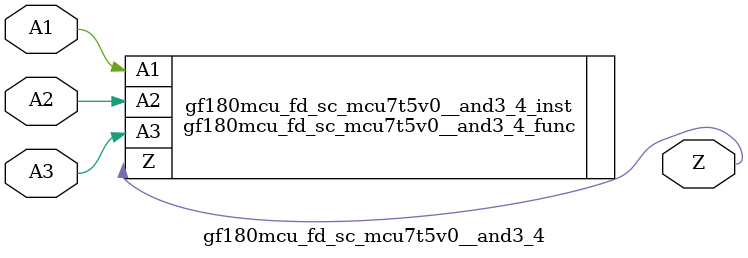
<source format=v>

module gf180mcu_fd_sc_mcu7t5v0__and3_4( A3, A2, A1, Z );
input A1, A2, A3;
output Z;

   `ifdef FUNCTIONAL  //  functional //

	gf180mcu_fd_sc_mcu7t5v0__and3_4_func gf180mcu_fd_sc_mcu7t5v0__and3_4_behav_inst(.A3(A3),.A2(A2),.A1(A1),.Z(Z));

   `else

	gf180mcu_fd_sc_mcu7t5v0__and3_4_func gf180mcu_fd_sc_mcu7t5v0__and3_4_inst(.A3(A3),.A2(A2),.A1(A1),.Z(Z));

	// spec_gates_begin


	// spec_gates_end



   specify

	// specify_block_begin

	// comb arc A1 --> Z
	 (A1 => Z) = (1.0,1.0);

	// comb arc A2 --> Z
	 (A2 => Z) = (1.0,1.0);

	// comb arc A3 --> Z
	 (A3 => Z) = (1.0,1.0);

	// specify_block_end

   endspecify

   `endif

endmodule

</source>
